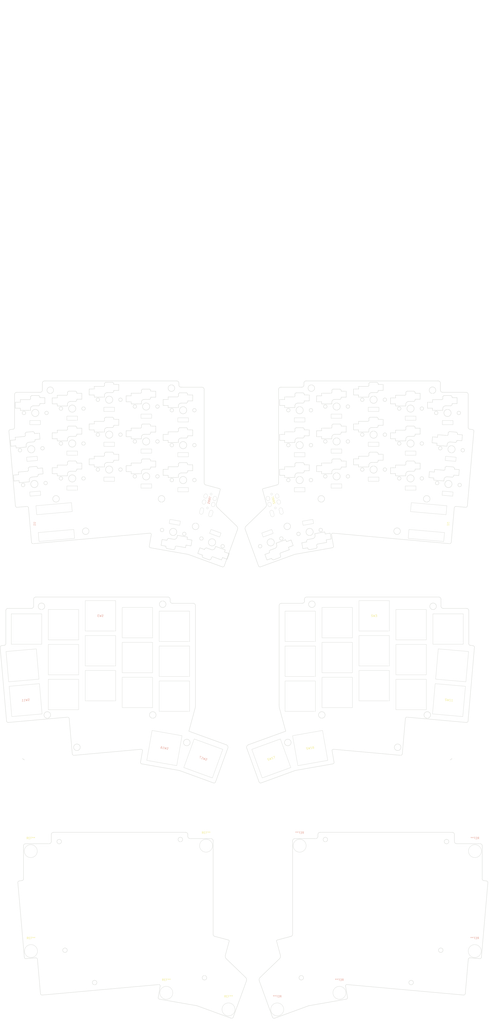
<source format=kicad_pcb>
(kicad_pcb (version 20221018) (generator pcbnew)
  (layers (0 "F.Cu" signal) (31 "B.Cu" signal) (34 "B.Paste" user) (35 "F.Paste" user) (36 "B.SilkS" user "B.Silkscreen") (37 "F.SilkS" user "F.Silkscreen") (38 "B.Mask" user) (39 "F.Mask" user) (44 "Edge.Cuts" user))
  (net 0 "")
  (footprint "jw_custom_footprint:MountingHole_3.2mm_M3_cutout" (layer "F.Cu") (at 87.797544 39.23869))
  (footprint "jw_custom_footprint:Kailh_socket_PG1350_v1_reversible_cutout_under_switch_plate" (layer "F.Cu") (at 94.234214 187.402458))
  (footprint "jw_custom_footprint:MountingHole_3.2mm_M3_cutout" (layer "F.Cu") (at 141.975744 92.131076))
  (footprint "jw_custom_footprint:MountingHole_6.3mm_M6_cutout" (layer "F.Cu") (at 78.423108 312.31675))
  (footprint "jw_custom_footprint:Kailh_socket_PG1350_v1_reversible_cutout_under_switch_plate" (layer "F.Cu") (at 94.234214 170.402858))
  (footprint "jw_custom_footprint:Diode_SOD123_THT_2_cutout_small" (layer "F.Cu") (at 80.465213 89.593441 -175))
  (footprint "jw_custom_footprint:MountingHole_3.2mm_M3_cutout" (layer "F.Cu") (at 146.801744 38.232276))
  (footprint "jw_custom_footprint:MountingHole_3.2mm_M3_cutout" (layer "F.Cu") (at 142.542686 143.44865))
  (footprint "jw_custom_footprint:Diode_SOD123_THT_2_cutout_small" (layer "F.Cu") (at 98.469944 86.88649))
  (footprint "jw_custom_footprint:Kailh_socket_PG1350_v1_reversible_cutout_under_switch_plate" (layer "F.Cu") (at 143.380803 213.464641 170))
  (footprint "jw_custom_footprint:Diode_SOD123_THT_2_cutout_small" (layer "F.Cu") (at 80.419944 55.0106 180))
  (footprint "jw_custom_footprint:MountingHole_6.3mm_M6_cutout" (layer "F.Cu") (at 78.321508 263.65035))
  (footprint "jw_custom_footprint:MountingHole_2.2mm_M2_cutout" (layer "F.Cu") (at 92.150494 259.009074))
  (footprint "jw_custom_footprint:Diode_SOD123_THT_2_cutout_small" (layer "F.Cu") (at 134.569944 68.88669))
  (footprint "jw_custom_footprint:Diode_SOD123_THT_2_cutout_small" (layer "F.Cu") (at 134.569944 51.88673))
  (footprint "jw_custom_footprint:Kailh_socket_PG1350_v1_reversible_cutout_under_switch_plate" (layer "F.Cu") (at 76.234014 155.526568))
  (footprint "jw_custom_footprint:MountingHole_3.2mm_M3_cutout" (layer "F.Cu") (at 105.044144 107.879076))
  (footprint "jw_custom_footprint:Kailh_socket_PG1350_v1_reversible_cutout_under_switch_plate" (layer "F.Cu") (at 74.284298 173.200605 5))
  (footprint "jw_custom_footprint:MountingHole_3.2mm_M3_cutout" (layer "F.Cu") (at 158.536544 105.542276))
  (footprint "jw_custom_footprint:MountingHole_6.3mm_M6_cutout" (layer "F.Cu") (at 174.587508 340.71395))
  (footprint "jw_custom_footprint:MountingHole_3.2mm_M3_cutout" (layer "F.Cu") (at 137.716686 197.34745))
  (footprint "jw_custom_footprint:Diode_SOD123_THT_2_cutout_small" (layer "F.Cu") (at 98.469944 52.88729))
  (footprint "jw_custom_footprint:Diode_SOD123_THT_2_cutout_small" (layer "F.Cu") (at 148.441358 103.569966 -10))
  (footprint "jw_custom_footprint:Diode_SOD123_THT_2_cutout_small" (layer "F.Cu") (at 116.493046 65.57649))
  (footprint "jw_custom_footprint:MountingHole_3.2mm_M3_cutout" (layer "F.Cu") (at 100.785086 213.09545))
  (footprint "jw_custom_footprint:MountingHole_2.2mm_M2_cutout" (layer "F.Cu") (at 162.889494 325.31266))
  (footprint "jw_custom_footprint:Kailh_socket_PG1350_v1_reversible_cutout_under_switch_plate" (layer "F.Cu") (at 162.317177 218.529539 160))
  (footprint "jw_custom_footprint:MountingHole_2.2mm_M2_cutout" (layer "F.Cu") (at 109.397094 327.64946))
  (footprint "jw_custom_footprint:Kailh_socket_PG1350_v1_reversible_cutout_under_switch_plate" (layer "F.Cu") (at 112.233614 183.092658))
  (footprint "jw_custom_footprint:MountingHole_2.2mm_M2_cutout" (layer "F.Cu") (at 151.154694 258.00266))
  (footprint "jw_custom_footprint:MountingHole_3.2mm_M3_cutout" (layer "F.Cu") (at 154.277486 210.75865))
  (footprint "jw_custom_footprint:Diode_SOD123_THT_2_cutout_small" (layer "F.Cu") (at 134.569944 85.88709))
  (footprint "jw_custom_footprint:Xiao THT jumper pad_cutout" (layer "F.Cu") (at 90.076446 103.45586 95))
  (footprint "jw_custom_footprint:TRRS-PJ-DPB2_mod_cutout" (layer "F.Cu") (at 166.538746 88.264852 -15))
  (footprint "jw_custom_footprint:Kailh_socket_PG1350_v1_reversible_cutout_under_switch_plate" (layer "F.Cu") (at 130.233814 152.402698))
  (footprint "jw_custom_footprint:Kailh_socket_PG1350_v1_reversible_cutout_under_switch_plate" (layer "F.Cu") (at 94.234214 153.403258))
  (footprint "jw_custom_footprint:Kailh_socket_PG1350_v1_reversible_cutout_under_switch_plate" (layer "F.Cu") (at 148.233512 154.202258))
  (footprint "jw_custom_footprint:Diode_SOD123_THT_2_cutout_small" (layer "F.Cu") (at 168.164556 108.870082 -20))
  (footprint "jw_custom_footprint:Diode_SOD123_THT_2_cutout_small" (layer "F.Cu") (at 116.493046 48.57653))
  (footprint "jw_custom_footprint:MountingHole_2.2mm_M2_cutout" (layer "F.Cu") (at 94.969894 311.90146))
  (footprint "jw_custom_footprint:Kailh_socket_PG1350_v1_reversible_cutout_under_switch_plate" (layer "F.Cu") (at 130.233814 186.403058))
  (footprint "jw_custom_footprint:MountingHole_6.3mm_M6_cutout" (layer "F.Cu") (at 163.665508 261.00875))
  (footprint "jw_custom_footprint:Diode_SOD123_THT_2_cutout_small" (layer "F.Cu") (at 116.493046 82.57669))
  (footprint "jw_custom_footprint:MountingHole_3.2mm_M3_cutout" (layer "F.Cu") (at 90.616944 92.131076))
  (footprint "jw_custom_footprint:MountingHole_3.2mm_M3_cutout" (layer "F.Cu") (at 86.357886 197.34745))
  (footprint "jw_custom_footprint:Diode_SOD123_THT_2_cutout_small" (layer "F.Cu") (at 152.492944 53.68629))
  (footprint "jw_custom_footprint:Kailh_socket_PG1350_v1_reversible_cutout_under_switch_plate" (layer "F.Cu") (at 148.233512 188.202058))
  (footprint "jw_custom_footprint:Kailh_socket_PG1350_v1_reversible_cutout_under_switch_plate" (layer "F.Cu") (at 130.233814 169.402658))
  (footprint "jw_custom_footprint:Diode_SOD123_THT_2_cutout_small" (layer "F.Cu") (at 152.492944 87.68609))
  (footprint "jw_custom_footprint:Diode_SOD123_THT_2_cutout_small" (layer "F.Cu") (at 98.469944 69.88689))
  (footprint "jw_custom_footprint:MountingHole_6.3mm_M6_cutout" (layer "F.Cu") (at 144.310708 332.63675))
  (footprint "jw_custom_footprint:Diode_SOD123_THT_2_cutout_small" (layer "F.Cu") (at 152.492944 70.642676))
  (footprint "jw_custom_footprint:Diode_SOD123_THT_2_cutout_small" (layer "F.Cu") (at 78.953413 72.651641 -175))
  (footprint "jw_custom_footprint:Kailh_socket_PG1350_v1_reversible_cutout_under_switch_plate" (layer "F.Cu") (at 148.233512 171.202058))
  (footprint "jw_custom_footprint:Kailh_socket_PG1350_v1_reversible_cutout_under_switch_plate" (layer "F.Cu") (at 112.233614 149.092498))
  (footprint "jw_custom_footprint:MountingHole_3.2mm_M3_cutout" (layer "F.Cu") (at 83.538486 144.455064))
  (footprint "jw_custom_footprint:Kailh_socket_PG1350_v1_reversible_cutout_under_switch_plate" (layer "F.Cu") (at 112.233614 166.092458))
  (footprint "jw_custom_footprint:Kailh_socket_PG1350_v1_reversible_cutout_under_switch_plate" (layer "F.Cu") (at 75.798044 190.128304 5))
  (footprint "jw_custom_footprint:Diode_SOD123_THT_2_cutout_small" (layer "B.Cu") (at 281.303256 55.0106))
  (footprint "jw_custom_footprint:MountingHole_3.2mm_M3_cutout" (layer "B.Cu") (at 220.027128 197.34745 180))
  (footprint "jw_custom_footprint:MountingHole_3.2mm_M3_cutout" (layer "B.Cu") (at 214.921456 38.232276 180))
  (footprint "jw_custom_footprint:Kailh_socket_PG1350_v1_reversible_cutout_bottom" (layer "B.Cu") (at 283.179844 67.984231 -5))
  (footprint "jw_custom_footprint:Kailh_socket_PG1350_v1_reversible_cutout_bottom" (layer "B.Cu") (at 245.230528 60.876084))
  (footprint "jw_custom_footprint:Kailh_socket_PG1350_v1_reversible_cutout_under_switch_plate" (layer "B.Cu") (at 209.510302 171.202058 180))
  (footprint "jw_custom_footprint:Diode_SOD123_THT_2_cutout_small" (layer "B.Cu") (at 209.230256 53.68629 180))
  (footprint "jw_custom_footprint:Kailh_socket_PG1350_v1_reversible_cutout_bottom" (layer "B.Cu") (at 281.230128 50.310194))
  (footprint "jw_custom_footprint:Kailh_socket_PG1350_v1_reversible_cutout_under_switch_plate" (layer "B.Cu") (at 263.5096 153.403258 180))
  (footprint "jw_custom_footprint:Diode_SOD123_THT_2_cutout_small" (layer "B.Cu") (at 209.230256 70.642676 180))
  (footprint "jw_custom_footprint:Diode_SOD123_THT_2_cutout_small" (layer "B.Cu") (at 263.253256 52.88729 180))
  (footprint "jw_custom_footprint:Kailh_socket_PG1350_v1_reversible_cutout_bottom" (layer "B.Cu") (at 98.493272 65.186484))
  (footprint "jw_custom_footprint:Kailh_socket_PG1350_v1_reversible_cutout_bottom" (layer "B.Cu") (at 116.492672 43.876124))
  (footprint "jw_custom_footprint:Kailh_socket_PG1350_v1_reversible_cutout_bottom" (layer "B.Cu") (at 227.230328 64.186284))
  (footprint "jw_custom_footprint:Kailh_socket_PG1350_v1_reversible_cutout_bottom" (layer "B.Cu") (at 281.666098 84.91193 -5))
  (footprint "jw_custom_footprint:Diode_SOD123_THT_2_cutout_small" (layer "B.Cu") (at 263.253256 86.88649 180))
  (footprint "jw_custom_footprint:MountingHole_3.2mm_M3_cutout" (layer "B.Cu") (at 256.958728 213.09545 180))
  (footprint "jw_custom_footprint:Kailh_socket_PG1350_v1_reversible_cutout_bottom" (layer "B.Cu") (at 227.230328 81.186684))
  (footprint "jw_custom_footprint:Diode_SOD123_THT_2_cutout_small" (layer "B.Cu") (at 213.281842 103.569966 -170))
  (footprint "jw_custom_footprint:Diode_SOD123_THT_2_cutout_small" (layer "B.Cu") (at 209.230256 87.68609 180))
  (footprint "jw_custom_footprint:Diode_SOD123_THT_2_cutout_small" (layer "B.Cu") (at 245.230154 48.57653 180))
  (footprint "jw_custom_footprint:MountingHole_3.2mm_M3_cutout" (layer "B.Cu") (at 274.205328 144.455064 180))
  (footprint "jw_custom_footprint:MountingHole_2.2mm_M2_cutout" (layer "B.Cu") (at 210.019522 325.31266 180))
  (footprint "jw_custom_footprint:Kailh_socket_PG1350_v1_reversible_cutout_under_switch_plate" (layer "B.Cu") (at 195.426637 218.529539 20))
  (footprint "jw_custom_footprint:Kailh_socket_PG1350_v1_reversible_cutout_bottom" (layer "B.Cu") (at 245.230528 77.876284))
  (footprint "jw_custom_footprint:Kailh_socket_PG1350_v1_reversible_cutout_under_switch_plate" (layer "B.Cu") (at 209.510302 154.202258 180))
  (footprint "jw_custom_footprint:Kailh_socket_PG1350_v1_reversible_cutout_bottom" (layer "B.Cu") (at 152.49257 82.985684))
  (footprint "jw_custom_footprint:Kailh_socket_PG1350_v1_reversible_cutout_bottom" (layer "B.Cu") (at 78.543356 67.984231 5))
  (footprint "jw_custom_footprint:Kailh_socket_PG1350_v1_reversible_cutout_bottom" (layer "B.Cu") (at 116.492672 77.876284))
  (footprint "jw_custom_footprint:Kailh_socket_PG1350_v1_reversible_cutout_bottom" (layer "B.Cu") (at 263.229928 48.186884))
  (footprint "jw_custom_footprint:Kailh_socket_PG1350_v1_reversible_cutout_bottom" (layer "B.Cu") (at 98.493272 82.186084))
  (footprint "jw_custom_footprint:Kailh_socket_PG1350_v1_reversible_cutout_bottom" (layer "B.Cu") (at 227.230328 47.186324))
  (footprint "jw_custom_footprint:Kailh_socket_PG1350_v1_reversible_cutout_bottom" (layer "B.Cu") (at 98.493272 48.186884))
  (footprint "jw_custom_footprint:Kailh_socket_PG1350_v1_reversible_cutout_bottom" (layer "B.Cu") (at 80.057102 84.91193 5))
  (footprint "jw_custom_footprint:Kailh_socket_PG1350_v1_reversible_cutout_under_switch_plate" (layer "B.Cu") (at 227.51 169.402658 180))
  (footprint "jw_custom_footprint:Diode_SOD123_THT_2_cutout_small" (layer "B.Cu") (at 281.257987 89.593441 -5))
  (footprint "jw_custom_footprint:Kailh_socket_PG1350_v1_reversible_cutout_under_switch_plate" (layer "B.Cu") (at 283.459516 173.200605 175))
  (footprint "jw_custom_footprint:Kailh_socket_PG1350_v1_reversible_cutout_bottom" (layer "B.Cu") (at 152.49257 65.985684))
  (footprint "jw_custom_footprint:Kailh_socket_PG1350_v1_reversible_cutout_bottom" (layer "B.Cu") (at 209.23063 48.985884))
  (footprint "jw_custom_footprint:Kailh_socket_PG1350_v1_reversible_cutout_bottom" (layer "B.Cu") (at 116.492672 60.876084))
  (footprint "jw_custom_footprint:TRRS-PJ-DPB2_mod_cutout" (layer "B.Cu") (at 195.184454 88.264852 -165))
  (footprint "jw_custom_footprint:Kailh_socket_PG1350_v1_reversible_cutout_bottom" (layer "B.Cu") (at 80.493072 50.310194))
  (footprint "jw_custom_footprint:Kailh_socket_PG1350_v1_reversible_cutout_under_switch_plate" (layer "B.Cu") (at 263.5096 170.402858 180))
  (footprint "jw_custom_footprint:Diode_SOD123_THT_2_cutout_small" (layer "B.Cu") (at 227.153256 85.88709 180))
  (footprint "jw_custom_footprint:Kailh_socket_PG1350_v1_reversible_cutout_bottom" (layer "B.Cu") (at 147.639861 108.248267 170))
  (footprint "jw_custom_footprint:MountingHole_6.3mm_M6_cutout" (layer "B.Cu") (at 198.321508 340.71395 180))
  (footprint "jw_custom_footprint:MountingHole_6.3mm_M6_cutout" (layer "B.Cu") (at 294.587508 263.65035 180))
  (footprint "jw_custom_footprint:Kailh_socket_PG1350_v1_reversible_cutout_under_switch_plate" (layer "B.Cu") (at 227.51 152.402698 180))
  (footprint "jw_custom_footprint:Kailh_socket_PG1350_v1_reversible_cutout_bottom" (layer "B.Cu") (at 134.492872 81.186684))
  (footprint "jw_custom_footprint:Diode_SOD123_THT_2_cutout_small" (layer "B.Cu") (at 282.769787 72.651641 -5))
  (footprint "jw_custom_footprint:Xiao THT jumper pad_cutout" (layer "B.Cu") (at 271.646754 103.45586 85))
  (footprint "jw_custom_footprint:Kailh_socket_PG1350_v1_reversible_cutout_under_switch_plate" (layer "B.Cu") (at 245.5102 166.092458 180))
  (footprint "jw_custom_footprint:Kailh_socket_PG1350_v1_reversible_cutout_bottom" (layer "B.Cu") (at 214.083339 108.248267 -170))
  (footprint "jw_custom_footprint:MountingHole_3.2mm_M3_cutout" (layer "B.Cu") (at 203.186656 105.542276 180))
  (footprint "jw_custom_footprint:MountingHole_2.2mm_M2_cutout" (layer "B.Cu") (at 221.754322 258.00266 180))
  (footprint "jw_custom_footprint:MountingHole_6.3mm_M6_cutout" (layer "B.Cu") (at 228.598308 332.63675 180))
  (footprint "jw_custom_footprint:Kailh_socket_PG1350_v1_reversible_cutout_bottom" (layer "B.Cu") (at 195.146965 113.313165 -160))
  (footprint "jw_custom_footprint:Kailh_socket_PG1350_v1_reversible_cutout_bottom" (layer "B.Cu") (at 152.49257 48.985884))
  (footprint "jw_custom_footprint:Kailh_socket_PG1350_v1_reversible_cutout_bottom" (layer "B.Cu") (at 263.229928 82.186084))
  (footprint "jw_custom_footprint:Kailh_socket_PG1350_v1_reversible_cutout_bottom" (layer "B.Cu") (at 166.576235 113.313165 160))
  (footprint "jw_custom_footprint:Kailh_socket_PG1350_v1_reversible_cutout_under_switch_plate" (layer "B.Cu") (at 281.5098 155.526568 180))
  (footprint "jw_custom_footprint:MountingHole_3.2mm_M3_cutout" (layer "B.Cu") (at 219.747456 92.131076 180))
  (footprint "jw_custom_footprint:Diode_SOD123_THT_2_cutout_small" (layer "B.Cu") (at 193.558644 108.870082 -160))
  (footprint "jw_custom_footprint:Diode_SOD123_THT_2_cutout_small" (layer "B.Cu") (at 227.153256 68.88669 180))
  (footprint "jw_custom_footprint:Kailh_socket_PG1350_v1_reversible_cutout_under_switch_plate" (layer "B.Cu") (at 245.5102 183.092658 180))
  (footprint "jw_custom_footprint:Kailh_socket_PG1350_v1_reversible_cutout_under_switch_plate" (layer "B.Cu") (at 214.363011 213.464641 10))
  (footprint "jw_custom_footprint:Diode_SOD123_THT_2_cutout_small" (layer "B.Cu") (at 245.230154 82.57669 180))
  (footprint "jw_custom_footprint:MountingHole_3.2mm_M3_cutout" (layer "B.Cu") (at 203.466328 210.75865 180))
  (footprint "jw_custom_footprint:MountingHole_3.2mm_M3_cutout" (layer "B.Cu") (at 271.385928 197.34745 180))
  (footprint "jw_custom_footprint:Diode_SOD123_THT_2_cutout_small" (layer "B.Cu") (at 227.153256 51.88673 180))
  (footprint "jw_custom_footprint:MountingHole_3.2mm_M3_cutout" (layer "B.Cu") (at 256.679056 107.879076 180))
  (footprint "jw_custom_footprint:Kailh_socket_PG1350_v1_reversible_cutout_bottom" (layer "B.Cu") (at 209.23063 65.985684))
  (footprint "jw_custom_footprint:MountingHole_3.2mm_M3_cutout" (layer "B.Cu") (at 273.925656 39.23869 180))
  (footprint "jw_custom_footprint:MountingHole_6.3mm_M6_cutout" (layer "B.Cu") (at 209.243508 261.00875 180))
  (footprint "jw_custom_footprint:MountingHole_2.2mm_M2_cutout" (layer "B.Cu") (at 263.511922 327.64946 180))
  (footprint "jw_custom_footprint:MountingHole_3.2mm_M3_cutout" (layer "B.Cu") (at 215.201128 143.44865 180))
  (footprint "jw_custom_footprint:MountingHole_2.2mm_M2_cutout" (layer "B.Cu") (at 280.758522 259.009074 180))
  (footprint "jw_custom_footprint:MountingHole_2.2mm_M2_cutout" (layer "B.Cu") (at 277.939122 311.90146 180))
  (footprint "jw_custom_footprint:Diode_SOD123_THT_2_cutout_small" (layer "B.Cu") (at 245.230154 65.57649 180))
  (footprint "jw_custom_footprint:Kailh_socket_PG1350_v1_reversible_cutout_under_switch_plate" (layer "B.Cu") (at 209.510302 188.202058 180))
  (footprint "jw_custom_footprint:Kailh_socket_PG1350_v1_reversible_cutout_bottom" (layer "B.Cu") (at 209.23063 82.985684))
  (footprint "jw_custom_footprint:Kailh_socket_PG1350_v1_reversible_cutout_under_switch_plate" (layer "B.Cu") (at 263.5096 187.402458 180))
  (footprint "jw_custom_footprint:Kailh_socket_PG1350_v1_reversible_cutout_bottom" (layer "B.Cu") (at 245.230528 43.876124))
  (footprint "jw_custom_footprint:Kailh_socket_PG1350_v1_reversible_cutout_bottom" (layer "B.Cu") (at 263.229928 65.186484))
  (footprint "jw_custom_footprint:Kailh_socket_PG1350_v1_reversible_cutout_under_switch_plate" (layer "B.Cu") (at 227.51 186.403058 180))
  (footprint "jw_custom_footprint:MountingHole_6.3mm_M6_cutout" (layer "B.Cu") (at 294.485908 312.31675 180))
  (footprint "jw_custom_footprint:Kailh_socket_PG1350_v1_reversible_cutout_bottom" (layer "B.Cu") (at 134.492872 64.186284))
  (footprint "jw_custom_footprint:MountingHole_3.2mm_M3_cutout" (layer "B.Cu") (at 271.106256 92.131076 180))
  (footprint "jw_custom_footprint:Kailh_socket_PG1350_v1_reversible_cutout_under_switch_plate" (layer "B.Cu") (at 245.5102 149.092498 180))
  (footprint "jw_custom_footprint:Kailh_socket_PG1350_v1_reversible_cutout_bottom" (layer "B.Cu") (at 134.492872 47.186324))
  (footprint "jw_custom_footprint:Kailh_socket_PG1350_v1_reversible_cutout_under_switch_plate" (layer "B.Cu") (at 281.94577 190.128304 175))
  (footprint "jw_custom_footprint:Diode_SOD123_THT_2_cutout_small" (layer "B.Cu") (at 263.253256 69.88689 180))
  (gr_line (start 67.383306 201.002925) (end 96.155699 198.436477) (stroke (width 0.15)) (layer "Edge.Cuts"))
  (gr_line (start 211.581424 141.026592) (end 211.581424 141.87385) (stroke (width 0.15)) (layer "Edge.Cuts"))
  (gr_arc (start 211.301752 36.657476) (mid 210.99227 37.457921) (end 210.197056 37.7806) (stroke (width 0.15)) (layer "Edge.Cuts"))
  (gr_line (start 85.058421 34.72669) (end 149.392544 34.72669) (stroke (width 0.15)) (layer "Edge.Cuts"))
  (gr_line (start 79.694667 141.06505) (end 79.694667 144.36305) (stroke (width 0.15)) (layer "Edge.Cuts"))
  (gr_line (start 225.691056 115.041876) (end 224.739527 109.55344) (stroke (width 0.15)) (layer "Edge.Cuts"))
  (gr_arc (start 79.510701 113.952941) (mid 78.933117 113.759953) (end 78.6704 113.210553) (stroke (width 0.15)) (layer "Edge.Cuts"))
  (gr_line (start 132.724615 214.769814) (end 131.773086 220.25825) (stroke (width 0.15)) (layer "Edge.Cuts"))
  (gr_line (start 189.55543 326.772106) (end 195.998722 344.46426) (stroke (width 0.15)) (layer "Edge.Cuts"))
  (gr_arc (start 260.717928 199.17625) (mid 260.989116 198.613575) (end 261.588115 198.436477) (stroke (width 0.15)) (layer "Edge.Cuts"))
  (gr_line (start 173.049494 314.39066) (end 174.917451 307.457811) (stroke (width 0.15)) (layer "Edge.Cuts"))
  (gr_arc (start 292.213928 163.433122) (mid 291.753667 163.140271) (end 291.588595 162.620322) (stroke (width 0.15)) (layer "Edge.Cuts"))
  (gr_arc (start 205.803122 304.12906) (mid 205.600263 304.770666) (end 205.041122 305.14506) (stroke (width 0.15)) (layer "Edge.Cuts"))
  (gr_arc (start 71.668544 96.245876) (mid 71.085134 96.070181) (end 70.821512 95.520871) (stroke (width 0.15)) (layer "Edge.Cuts"))
  (gr_arc (start 211.581424 141.87385) (mid 211.27195 142.674303) (end 210.476728 142.996974) (stroke (width 0.15)) (layer "Edge.Cuts"))
  (gr_arc (start 74.767227 277.174332) (mid 74.602119 277.694257) (end 74.141894 277.987132) (stroke (width 0.15)) (layer "Edge.Cuts"))
  (gr_line (start 291.223328 200.29385) (end 294.334607 164.470883) (stroke (width 0.15)) (layer "Edge.Cuts"))
  (gr_arc (start 88.306675 255.61906) (mid 88.616236 254.819021) (end 89.411371 254.497074) (stroke (width 0.15)) (layer "Edge.Cuts"))
  (gr_line (start 200.089783 37.7806) (end 210.197056 37.7806) (stroke (width 0.15)) (layer "Edge.Cuts"))
  (gr_arc (start 290.901688 95.520871) (mid 290.638096 96.070211) (end 290.054656 96.245876) (stroke (width 0.15)) (layer "Edge.Cuts"))
  (gr_arc (start 205.802744 258.670661) (mid 206.122331 257.870408) (end 206.922649 257.550984) (stroke (width 0.15)) (layer "Edge.Cuts"))
  (gr_line (start 283.0528 113.210553) (end 284.508956 96.576862) (stroke (width 0.15)) (layer "Edge.Cuts"))
  (gr_line (start 176.910294 344.46426) (end 183.353586 326.772106) (stroke (width 0.15)) (layer "Edge.Cuts"))
  (gr_line (start 199.402328 194.04545) (end 202.450328 205.27225) (stroke (width 0.15)) (layer "Edge.Cuts"))
  (gr_arc (start 182.722564 107.001722) (mid 182.722964 106.113031) (end 183.179764 105.350722) (stroke (width 0.15)) (layer "Edge.Cuts"))
  (gr_line (start 150.421448 36.657476) (end 150.421448 35.810218) (stroke (width 0.15)) (layer "Edge.Cuts"))
  (gr_arc (start 231.572393 329.323824) (mid 231.727266 328.815584) (end 232.219122 328.61466) (stroke (width 0.15)) (layer "Edge.Cuts"))
  (gr_arc (start 169.153744 96.296676) (mid 168.718211 95.514912) (end 168.696544 94.620276) (stroke (width 0.15)) (layer "Edge.Cuts"))
  (gr_line (start 277.769475 39.146676) (end 277.769475 35.848676) (stroke (width 0.15)) (layer "Edge.Cuts"))
  (gr_line (start 291.308923 57.403948) (end 291.308923 41.331076) (stroke (width 0.15)) (layer "Edge.Cuts"))
  (gr_line (start 205.041122 305.14506) (end 198.270965 306.949811) (stroke (width 0.15)) (layer "Edge.Cuts"))
  (gr_arc (start 300.240322 278.177861) (mid 300.737066 278.469129) (end 300.887801 279.024893) (stroke (width 0.15)) (layer "Edge.Cuts"))
  (gr_line (start 167.105894 258.670661) (end 167.105894 304.12906) (stroke (width 0.15)) (layer "Edge.Cuts"))
  (gr_arc (start 74.767227 261.10146) (mid 75.05373 260.369473) (end 75.767494 260.040184) (stroke (width 0.15)) (layer "Edge.Cuts"))
  (gr_arc (start 218.134618 255.580602) (mid 218.420388 254.821685) (end 219.163522 254.497074) (stroke (width 0.15)) (layer "Edge.Cuts"))
  (gr_line (start 168.696544 94.620276) (end 170.564501 87.687427) (stroke (width 0.15)) (layer "Edge.Cuts"))
  (gr_arc (start 211.301752 35.810218) (mid 211.587594 35.051355) (end 212.330656 34.72669) (stroke (width 0.15)) (layer "Edge.Cuts"))
  (gr_arc (start 132.077886 214.06065) (mid 132.569764 214.261572) (end 132.724615 214.769814) (stroke (width 0.15)) (layer "Edge.Cuts"))
  (gr_arc (start 163.514944 85.374676) (mid 162.955766 85.000313) (end 162.752944 84.358676) (stroke (width 0.15)) (layer "Edge.Cuts"))
  (gr_arc (start 165.986367 257.550984) (mid 166.786628 257.870465) (end 167.106272 258.670661) (stroke (width 0.15)) (layer "Edge.Cuts"))
  (gr_line (start 225.411928 221.17265) (end 207.123928 224.37305) (stroke (width 0.15)) (layer "Edge.Cuts"))
  (gr_arc (start 278.874171 40.2698) (mid 278.078943 39.947126) (end 277.769475 39.146676) (stroke (width 0.15)) (layer "Edge.Cuts"))
  (gr_line (start 290.588328 145.486174) (end 279.153843 145.486174) (stroke (width 0.15)) (layer "Edge.Cuts"))
  (gr_arc (start 140.943894 335.72666) (mid 140.459061 335.395003) (end 140.385094 334.81226) (stroke (width 0.15)) (layer "Edge.Cuts"))
  (gr_line (start 72.021215 279.024893) (end 75.174462 315.291255) (stroke (width 0.15)) (layer "Edge.Cuts"))
  (gr_line (start 63.409207 164.470883) (end 66.520486 200.29385) (stroke (width 0.15)) (layer "Edge.Cuts"))
  (gr_arc (start 79.694667 144.36305) (mid 79.385228 145.16355) (end 78.589971 145.486174) (stroke (width 0.15)) (layer "Edge.Cuts"))
  (gr_arc (start 198.970256 84.358676) (mid 198.767415 85.000293) (end 198.208256 85.374676) (stroke (width 0.15)) (layer "Edge.Cuts"))
  (gr_line (start 218.134618 255.580602) (end 218.134618 256.42786) (stroke (width 0.15)) (layer "Edge.Cuts"))
  (gr_line (start 197.991565 307.457811) (end 199.859522 314.39066) (stroke (width 0.15)) (layer "Edge.Cuts"))
  (gr_line (start 167.180686 230.41825) (end 150.619886 224.37305) (stroke (width 0.15)) (layer "Edge.Cuts"))
  (gr_line (start 97.025886 199.17625) (end 98.522385 216.264662) (stroke (width 0.15)) (layer "Edge.Cuts"))
  (gr_arc (start 88.306675 258.91706) (mid 87.997219 259.717529) (end 87.201979 260.040184) (stroke (width 0.15)) (layer "Edge.Cuts"))
  (gr_line (start 225.132256 115.956276) (end 206.844256 119.156676) (stroke (width 0.15)) (layer "Edge.Cuts"))
  (gr_line (start 151.526144 37.7806) (end 161.633417 37.7806) (stroke (width 0.15)) (layer "Edge.Cuts"))
  (gr_arc (start 199.402328 194.04545) (mid 199.277516 193.211669) (end 199.249928 192.36905) (stroke (width 0.15)) (layer "Edge.Cuts"))
  (gr_arc (start 218.134618 256.42786) (mid 217.825118 257.228285) (end 217.029922 257.550984) (stroke (width 0.15)) (layer "Edge.Cuts"))
  (gr_line (start 82.849029 40.2698) (end 71.414544 40.2698) (stroke (width 0.15)) (layer "Edge.Cuts"))
  (gr_arc (start 136.336944 108.844276) (mid 136.828842 109.045184) (end 136.983673 109.55344) (stroke (width 0.15)) (layer "Edge.Cuts"))
  (gr_line (start 198.208256 85.374676) (end 191.438099 87.179427) (stroke (width 0.15)) (layer "Edge.Cuts"))
  (gr_arc (start 211.581424 141.026592) (mid 211.867184 140.267675) (end 212.610328 139.943064) (stroke (width 0.15)) (layer "Edge.Cuts"))
  (gr_line (start 200.369455 142.996974) (end 210.476728 142.996974) (stroke (width 0.15)) (layer "Edge.Cuts"))
  (gr_arc (start 157.374359 142.996974) (mid 158.174594 143.316471) (end 158.494264 144.116651) (stroke (width 0.15)) (layer "Edge.Cuts"))
  (gr_arc (start 224.739527 109.55344) (mid 224.894409 109.045231) (end 225.386256 108.844276) (stroke (width 0.15)) (layer "Edge.Cuts"))
  (gr_arc (start 140.689894 328.61466) (mid 141.181752 328.815583) (end 141.336623 329.323824) (stroke (width 0.15)) (layer "Edge.Cuts"))
  (gr_arc (start 293.407456 58.407477) (mid 293.90418 58.698752) (end 294.054935 59.254509) (stroke (width 0.15)) (layer "Edge.Cuts"))
  (gr_arc (start 189.55543 326.772106) (mid 189.555872 325.883424) (end 190.01263 325.121106) (stroke (width 0.15)) (layer "Edge.Cuts"))
  (gr_arc (start 198.969878 38.900277) (mid 199.289456 38.10001) (end 200.089783 37.7806) (stroke (width 0.15)) (layer "Edge.Cuts"))
  (gr_line (start 284.602341 258.91706) (end 284.602341 255.61906) (stroke (width 0.15)) (layer "Edge.Cuts"))
  (gr_arc (start 149.392544 34.72669) (mid 150.135627 35.051332) (end 150.421448 35.810218) (stroke (width 0.15)) (layer "Edge.Cuts"))
  (gr_arc (start 176.910294 344.46426) (mid 176.466773 344.971874) (end 175.792694 344.97226) (stroke (width 0.15)) (layer "Edge.Cuts"))
  (gr_arc (start 83.953725 35.848676) (mid 84.263287 35.04864) (end 85.058421 34.72669) (stroke (width 0.15)) (layer "Edge.Cuts"))
  (gr_line (start 150.619886 224.37305) (end 132.331886 221.17265) (stroke (width 0.15)) (layer "Edge.Cuts"))
  (gr_arc (start 174.638051 306.949811) (mid 174.890858 307.141602) (end 174.917451 307.457811) (stroke (width 0.15)) (layer "Edge.Cuts"))
  (gr_line (start 213.677122 338.92706) (end 197.116322 344.97226) (stroke (width 0.15)) (layer "Edge.Cuts"))
  (gr_line (start 290.308656 40.2698) (end 278.874171 40.2698) (stroke (width 0.15)) (layer "Edge.Cuts"))
  (gr_arc (start 147.267086 142.996974) (mid 146.471827 142.674335) (end 146.16239 141.87385) (stroke (width 0.15)) (layer "Edge.Cuts"))
  (gr_line (start 174.638051 306.949811) (end 167.867894 305.14506) (stroke (width 0.15)) (layer "Edge.Cuts"))
  (gr_arc (start 67.668265 59.254509) (mid 67.818992 58.698752) (end 68.315744 58.407477) (stroke (width 0.15)) (layer "Edge.Cuts"))
  (gr_arc (start 170.285101 87.179427) (mid 170.537947 87.371211) (end 170.564501 87.687427) (stroke (width 0.15)) (layer "Edge.Cuts"))
  (gr_line (start 298.141789 277.174332) (end 298.141789 261.10146) (stroke (width 0.15)) (layer "Edge.Cuts"))
  (gr_line (start 146.16239 141.87385) (end 146.16239 141.026592) (stroke (width 0.15)) (layer "Edge.Cuts"))
  (gr_line (start 211.301752 35.810218) (end 211.301752 36.657476) (stroke (width 0.15)) (layer "Edge.Cuts"))
  (gr_line (start 225.386256 108.844276) (end 282.212499 113.952941) (stroke (width 0.15)) (layer "Edge.Cuts"))
  (gr_arc (start 291.934256 58.216748) (mid 291.474092 57.923842) (end 291.308923 57.403948) (stroke (width 0.15)) (layer "Edge.Cuts"))
  (gr_line (start 65.529886 163.433122) (end 64.056686 163.623851) (stroke (width 0.15)) (layer "Edge.Cuts"))
  (gr_line (start 83.863651 333.723325) (end 140.689894 328.61466) (stroke (width 0.15)) (layer "Edge.Cuts"))
  (gr_line (start 206.922649 257.550984) (end 217.029922 257.550984) (stroke (width 0.15)) (layer "Edge.Cuts"))
  (gr_line (start 291.588595 162.620322) (end 291.588595 146.54745) (stroke (width 0.15)) (layer "Edge.Cuts"))
  (gr_arc (start 283.497645 254.497074) (mid 284.292801 254.819001) (end 284.602341 255.61906) (stroke (width 0.15)) (layer "Edge.Cuts"))
  (gr_arc (start 155.879094 257.550984) (mid 155.083857 257.228326) (end 154.774398 256.42786) (stroke (width 0.15)) (layer "Edge.Cuts"))
  (gr_arc (start 70.414277 41.331076) (mid 70.70078 40.599092) (end 71.414544 40.2698) (stroke (width 0.15)) (layer "Edge.Cuts"))
  (gr_arc (start 79.694667 141.06505) (mid 80.004236 140.265011) (end 80.799363 139.943064) (stroke (width 0.15)) (layer "Edge.Cuts"))
  (gr_line (start 173.506694 316.06706) (end 182.896386 325.121106) (stroke (width 0.15)) (layer "Edge.Cuts"))
  (gr_line (start 202.450328 205.27225) (end 184.365528 211.82545) (stroke (width 0.15)) (layer "Edge.Cuts"))
  (gr_line (start 183.179764 105.350722) (end 192.569456 96.296676) (stroke (width 0.15)) (layer "Edge.Cuts"))
  (gr_line (start 207.123928 224.37305) (end 190.563128 230.41825) (stroke (width 0.15)) (layer "Edge.Cuts"))
  (gr_line (start 80.799363 139.943064) (end 145.133486 139.943064) (stroke (width 0.15)) (layer "Edge.Cuts"))
  (gr_line (start 74.767227 261.10146) (end 74.767227 277.174332) (stroke (width 0.15)) (layer "Edge.Cuts"))
  (gr_arc (start 161.633417 37.7806) (mid 162.43367 38.100084) (end 162.753322 38.900277) (stroke (width 0.15)) (layer "Edge.Cuts"))
  (gr_line (start 79.510701 113.952941) (end 136.336944 108.844276) (stroke (width 0.15)) (layer "Edge.Cuts"))
  (gr_line (start 290.901688 95.520871) (end 294.054935 59.254509) (stroke (width 0.15)) (layer "Edge.Cuts"))
  (gr_line (start 155.293486 205.27225) (end 158.341486 194.04545) (stroke (width 0.15)) (layer "Edge.Cuts"))
  (gr_line (start 182.722564 107.001722) (end 189.165856 124.693876) (stroke (width 0.15)) (layer "Edge.Cuts"))
  (gr_line (start 293.407456 58.407477) (end 291.934256 58.216748) (stroke (width 0.15)) (layer "Edge.Cuts"))
  (gr_arc (start 145.133486 139.943064) (mid 145.876607 140.267662) (end 146.16239 141.026592) (stroke (width 0.15)) (layer "Edge.Cuts"))
  (gr_arc (start 279.153843 145.486174) (mid 278.358607 145.163494) (end 278.049147 144.36305) (stroke (width 0.15)) (layer "Edge.Cuts"))
  (gr_arc (start 99.413486 217.00705) (mid 98.804104 216.832516) (end 98.522385 216.264662) (stroke (width 0.15)) (layer "Edge.Cuts"))
  (gr_line (start 70.414277 41.331076) (end 70.414277 57.403948) (stroke (width 0.15)) (layer "Edge.Cuts"))
  (gr_arc (start 293.687128 163.623851) (mid 294.183818 163.915143) (end 294.334607 164.470883) (stroke (width 0.15)) (layer "Edge.Cuts"))
  (gr_arc (start 285.707037 260.040184) (mid 284.911799 259.717527) (end 284.602341 258.91706) (stroke (width 0.15)) (layer "Edge.Cuts"))
  (gr_arc (start 276.664779 34.72669) (mid 277.459918 35.048635) (end 277.769475 35.848676) (stroke (width 0.15)) (layer "Edge.Cuts"))
  (gr_arc (start 291.341822 316.347246) (mid 291.612998 315.784544) (end 292.212009 315.607473) (stroke (width 0.15)) (layer "Edge.Cuts"))
  (gr_line (start 175.792694 344.97226) (end 159.231894 338.92706) (stroke (width 0.15)) (layer "Edge.Cuts"))
  (gr_arc (start 182.896386 325.121106) (mid 183.353175 325.883415) (end 183.353586 326.772106) (stroke (width 0.15)) (layer "Edge.Cuts"))
  (gr_line (start 225.665928 214.06065) (end 258.330328 217.00705) (stroke (width 0.15)) (layer "Edge.Cuts"))
  (gr_arc (start 173.506694 316.06706) (mid 173.071166 315.285295) (end 173.049494 314.39066) (stroke (width 0.15)) (layer "Edge.Cuts"))
  (gr_line (start 154.878944 119.156676) (end 136.590944 115.956276) (stroke (width 0.15)) (layer "Edge.Cuts"))
  (gr_arc (start 191.158699 87.687427) (mid 191.185302 87.371237) (end 191.438099 87.179427) (stroke (width 0.15)) (layer "Edge.Cuts"))
  (gr_arc (start 197.991565 307.457811) (mid 198.018157 307.141601) (end 198.270965 306.949811) (stroke (width 0.15)) (layer "Edge.Cuts"))
  (gr_arc (start 289.885666 332.980937) (mid 289.623 333.530386) (end 289.045365 333.723325) (stroke (width 0.15)) (layer "Edge.Cuts"))
  (gr_line (start 232.523922 334.81226) (end 231.572393 329.323824) (stroke (width 0.15)) (layer "Edge.Cuts"))
  (gr_line (start 136.983673 109.55344) (end 136.032144 115.041876) (stroke (width 0.15)) (layer "Edge.Cuts"))
  (gr_line (start 297.734554 315.291255) (end 300.887801 279.024893) (stroke (width 0.15)) (layer "Edge.Cuts"))
  (gr_arc (start 197.116322 344.97226) (mid 196.442277 344.971799) (end 195.998722 344.46426) (stroke (width 0.15)) (layer "Edge.Cuts"))
  (gr_line (start 155.879094 257.550984) (end 165.986367 257.550984) (stroke (width 0.15)) (layer "Edge.Cuts"))
  (gr_line (start 278.049147 144.36305) (end 278.049147 141.06505) (stroke (width 0.15)) (layer "Edge.Cuts"))
  (gr_line (start 74.141894 277.987132) (end 72.668694 278.177861) (stroke (width 0.15)) (layer "Edge.Cuts"))
  (gr_line (start 212.330656 34.72669) (end 276.664779 34.72669) (stroke (width 0.15)) (layer "Edge.Cuts"))
  (gr_arc (start 190.283456 125.201876) (mid 189.609441 125.201376) (end 189.165856 124.693876) (stroke (width 0.15)) (layer "Edge.Cuts"))
  (gr_arc (start 151.526144 37.7806) (mid 150.730903 37.457948) (end 150.421448 36.657476) (stroke (width 0.15)) (layer "Edge.Cuts"))
  (gr_line (start 172.557344 124.693876) (end 179.000636 107.001722) (stroke (width 0.15)) (layer "Edge.Cuts"))
  (gr_arc (start 225.691056 115.041876) (mid 225.617177 115.624688) (end 225.132256 115.956276) (stroke (width 0.15)) (layer "Edge.Cuts"))
  (gr_line (start 83.953725 35.848676) (end 83.953725 39.146676) (stroke (width 0.15)) (layer "Edge.Cuts"))
  (gr_arc (start 297.141522 260.040184) (mid 297.855316 260.369446) (end 298.141789 261.10146) (stroke (width 0.15)) (layer "Edge.Cuts"))
  (gr_line (start 154.774398 256.42786) (end 154.774398 255.580602) (stroke (width 0.15)) (layer "Edge.Cuts"))
  (gr_arc (start 153.745494 254.497074) (mid 154.488611 254.821701) (end 154.774398 255.580602) (stroke (width 0.15)) (layer "Edge.Cuts"))
  (gr_arc (start 291.223328 200.29385) (mid 290.944087 200.833545) (end 290.360508 201.002925) (stroke (width 0.15)) (layer "Edge.Cuts"))
  (gr_arc (start 190.563128 230.41825) (mid 189.889048 230.417876) (end 189.445528 229.91025) (stroke (width 0.15)) (layer "Edge.Cuts"))
  (gr_arc (start 96.155699 198.436477) (mid 96.754709 198.613556) (end 97.025886 199.17625) (stroke (width 0.15)) (layer "Edge.Cuts"))
  (gr_line (start 212.610328 139.943064) (end 276.944451 139.943064) (stroke (width 0.15)) (layer "Edge.Cuts"))
  (gr_arc (start 276.944451 139.943064) (mid 277.739613 140.264972) (end 278.049147 141.06505) (stroke (width 0.15)) (layer "Edge.Cuts"))
  (gr_line (start 87.201979 260.040184) (end 75.767494 260.040184) (stroke (width 0.15)) (layer "Edge.Cuts"))
  (gr_arc (start 136.590944 115.956276) (mid 136.106099 115.624616) (end 136.032144 115.041876) (stroke (width 0.15)) (layer "Edge.Cuts"))
  (gr_line (start 168.298286 229.91025) (end 174.292686 213.45105) (stroke (width 0.15)) (layer "Edge.Cuts"))
  (gr_arc (start 178.543436 105.350722) (mid 179.000226 106.11303) (end 179.000636 107.001722) (stroke (width 0.15)) (layer "Edge.Cuts"))
  (gr_line (start 76.021494 316.01626) (end 80.697007 315.607473) (stroke (width 0.15)) (layer "Edge.Cuts"))
  (gr_arc (start 298.767122 277.987132) (mid 298.306893 277.694275) (end 298.141789 277.174332) (stroke (width 0.15)) (layer "Edge.Cuts"))
  (gr_arc (start 76.344057 95.837089) (mid 76.943093 96.01415) (end 77.214244 96.576862) (stroke (width 0.15)) (layer "Edge.Cuts"))
  (gr_line (start 205.803122 304.12906) (end 205.803122 258.670661) (stroke (width 0.15)) (layer "Edge.Cuts"))
  (gr_line (start 289.885666 332.980937) (end 291.341822 316.347246) (stroke (width 0.15)) (layer "Edge.Cuts"))
  (gr_arc (start 183.451128 213.45105) (mid 183.573495 212.449913) (end 184.365528 211.82545) (stroke (width 0.15)) (layer "Edge.Cuts"))
  (gr_line (start 67.668265 59.254509) (end 70.821512 95.520871) (stroke (width 0.15)) (layer "Edge.Cuts"))
  (gr_arc (start 193.026656 94.620276) (mid 193.004984 95.514913) (end 192.569456 96.296676) (stroke (width 0.15)) (layer "Edge.Cuts"))
  (gr_arc (start 76.021494 316.01626) (mid 75.438075 315.840574) (end 75.174462 315.291255) (stroke (width 0.15)) (layer "Edge.Cuts"))
  (gr_arc (start 67.383306 201.002925) (mid 66.799708 200.833563) (end 66.520486 200.29385) (stroke (width 0.15)) (layer "Edge.Cuts"))
  (gr_line (start 300.240322 278.177861) (end 298.767122 277.987132) (stroke (width 0.15)) (layer "Edge.Cuts"))
  (gr_arc (start 199.24955 144.116651) (mid 199.569104 143.31636) (end 200.369455 142.996974) (stroke (width 0.15)) (layer "Edge.Cuts"))
  (gr_arc (start 66.155219 146.54745) (mid 66.441727 145.815464) (end 67.155486 145.486174) (stroke (width 0.15)) (layer "Edge.Cuts"))
  (gr_arc (start 167.867894 305.14506) (mid 167.308704 304.770702) (end 167.105894 304.12906) (stroke (width 0.15)) (layer "Edge.Cuts"))
  (gr_arc (start 168.298286 229.91025) (mid 167.854728 230.417776) (end 167.180686 230.41825) (stroke (width 0.15)) (layer "Edge.Cuts"))
  (gr_line (start 293.687128 163.623851) (end 292.213928 163.433122) (stroke (width 0.15)) (layer "Edge.Cuts"))
  (gr_line (start 297.141522 260.040184) (end 285.707037 260.040184) (stroke (width 0.15)) (layer "Edge.Cuts"))
  (gr_line (start 89.411371 254.497074) (end 153.745494 254.497074) (stroke (width 0.15)) (layer "Edge.Cuts"))
  (gr_arc (start 75.251643 219.169315) (mid 74.67404 218.976343) (end 74.411342 218.426927) (stroke (width 0.15)) (layer "Edge.Cuts"))
  (gr_line (start 170.285101 87.179427) (end 163.514944 85.374676) (stroke (width 0.15)) (layer "Edge.Cuts"))
  (gr_line (start 231.965122 335.72666) (end 213.677122 338.92706) (stroke (width 0.15)) (layer "Edge.Cuts"))
  (gr_arc (start 70.414277 57.403948) (mid 70.249155 57.92386) (end 69.788944 58.216748) (stroke (width 0.15)) (layer "Edge.Cuts"))
  (gr_arc (start 283.332472 218.426927) (mid 283.069807 218.976381) (end 282.492171 219.169315) (stroke (width 0.15)) (layer "Edge.Cuts"))
  (gr_arc (start 83.863651 333.723325) (mid 83.286055 333.530341) (end 83.02335 332.980937) (stroke (width 0.15)) (layer "Edge.Cuts"))
  (gr_arc (start 63.409207 164.470883) (mid 63.559927 163.91511) (end 64.056686 163.623851) (stroke (width 0.15)) (layer "Edge.Cuts"))
  (gr_arc (start 72.021215 279.024893) (mid 72.171926 278.469113) (end 72.668694 278.177861) (stroke (width 0.15)) (layer "Edge.Cuts"))
  (gr_arc (start 297.734554 315.291255) (mid 297.470963 315.840598) (end 296.887522 316.01626) (stroke (width 0.15)) (layer "Edge.Cuts"))
  (gr_line (start 190.01263 325.121106) (end 199.402322 316.06706) (stroke (width 0.15)) (layer "Edge.Cuts"))
  (gr_line (start 259.221429 216.264662) (end 260.717928 199.17625) (stroke (width 0.15)) (layer "Edge.Cuts"))
  (gr_line (start 199.249928 192.36905) (end 199.249928 144.116651) (stroke (width 0.15)) (layer "Edge.Cuts"))
  (gr_line (start 232.219122 328.61466) (end 289.045365 333.723325) (stroke (width 0.15)) (layer "Edge.Cuts"))
  (gr_line (start 159.231894 338.92706) (end 140.943894 335.72666) (stroke (width 0.15)) (layer "Edge.Cuts"))
  (gr_line (start 191.158699 87.687427) (end 193.026656 94.620276) (stroke (width 0.15)) (layer "Edge.Cuts"))
  (gr_line (start 225.970728 220.25825) (end 225.019199 214.769814) (stroke (width 0.15)) (layer "Edge.Cuts"))
  (gr_arc (start 290.308656 40.2698) (mid 291.022432 40.599081) (end 291.308923 41.331076) (stroke (width 0.15)) (layer "Edge.Cuts"))
  (gr_line (start 292.212009 315.607473) (end 296.887522 316.01626) (stroke (width 0.15)) (layer "Edge.Cuts"))
  (gr_line (start 77.214244 96.576862) (end 78.6704 113.210553) (stroke (width 0.15)) (layer "Edge.Cuts"))
  (gr_line (start 66.155219 146.54745) (end 66.155219 162.620322) (stroke (width 0.15)) (layer "Edge.Cuts"))
  (gr_line (start 141.336623 329.323824) (end 140.385094 334.81226) (stroke (width 0.15)) (layer "Edge.Cuts"))
  (gr_arc (start 173.378286 211.82545) (mid 174.170339 212.449886) (end 174.292686 213.45105) (stroke (width 0.15)) (layer "Edge.Cuts"))
  (gr_arc (start 80.697007 315.607473) (mid 81.296009 315.784555) (end 81.567194 316.347246) (stroke (width 0.15)) (layer "Edge.Cuts"))
  (gr_line (start 88.306675 255.61906) (end 88.306675 258.91706) (stroke (width 0.15)) (layer "Edge.Cuts"))
  (gr_line (start 183.451128 213.45105) (end 189.445528 229.91025) (stroke (width 0.15)) (layer "Edge.Cuts"))
  (gr_line (start 173.378286 211.82545) (end 155.293486 205.27225) (stroke (width 0.15)) (layer "Edge.Cuts"))
  (gr_arc (start 232.523922 334.81226) (mid 232.449981 335.395019) (end 231.965122 335.72666) (stroke (width 0.15)) (layer "Edge.Cuts"))
  (gr_line (start 261.588115 198.436477) (end 290.360508 201.002925) (stroke (width 0.15)) (layer "Edge.Cuts"))
  (gr_line (start 162.752944 38.900277) (end 162.752944 84.358676) (stroke (width 0.15)) (layer "Edge.Cuts"))
  (gr_line (start 198.970256 84.358676) (end 198.970256 38.900277) (stroke (width 0.15)) (layer "Edge.Cuts"))
  (gr_arc (start 199.859522 314.39066) (mid 199.837841 315.285292) (end 199.402322 316.06706) (stroke (width 0.15)) (layer "Edge.Cuts"))
  (gr_arc (start 132.331886 221.17265) (mid 131.847027 220.840998) (end 131.773086 220.25825) (stroke (width 0.15)) (layer "Edge.Cuts"))
  (gr_line (start 71.668544 96.245876) (end 76.344057 95.837089) (stroke (width 0.15)) (layer "Edge.Cuts"))
  (gr_arc (start 259.221429 216.264662) (mid 258.939728 216.832543) (end 258.330328 217.00705) (stroke (width 0.15)) (layer "Edge.Cuts"))
  (gr_arc (start 283.0528 113.210553) (mid 282.790102 113.759975) (end 282.212499 113.952941) (stroke (width 0.15)) (layer "Edge.Cuts"))
  (gr_line (start 171.439744 125.201876) (end 154.878944 119.156676) (stroke (width 0.15)) (layer "Edge.Cuts"))
  (gr_arc (start 225.019199 214.769814) (mid 225.174091 214.261614) (end 225.665928 214.06065) (stroke (width 0.15)) (layer "Edge.Cuts"))
  (gr_line (start 81.567194 316.347246) (end 83.02335 332.980937) (stroke (width 0.15)) (layer "Edge.Cuts"))
  (gr_line (start 169.153744 96.296676) (end 178.543436 105.350722) (stroke (width 0.15)) (layer "Edge.Cuts"))
  (gr_arc (start 83.953725 39.146676) (mid 83.644274 39.947143) (end 82.849029 40.2698) (stroke (width 0.15)) (layer "Edge.Cuts"))
  (gr_arc (start 290.588328 145.486174) (mid 291.30212 145.815425) (end 291.588595 146.54745) (stroke (width 0.15)) (layer "Edge.Cuts"))
  (gr_arc (start 158.493886 192.36905) (mid 158.466287 193.211668) (end 158.341486 194.04545) (stroke (width 0.15)) (layer "Edge.Cuts"))
  (gr_line (start 69.788944 58.216748) (end 68.315744 58.407477) (stroke (width 0.15)) (layer "Edge.Cuts"))
  (gr_arc (start 66.155219 162.620322) (mid 65.990117 163.140251) (end 65.529886 163.433122) (stroke (width 0.15)) (layer "Edge.Cuts"))
  (gr_line (start 99.413486 217.00705) (end 132.077886 214.06065) (stroke (width 0.15)) (layer "Edge.Cuts"))
  (gr_line (start 147.267086 142.996974) (end 157.374359 142.996974) (stroke (width 0.15)) (layer "Edge.Cuts"))
  (gr_arc (start 172.557344 124.693876) (mid 172.11383 125.201484) (end 171.439744 125.201876) (stroke (width 0.15)) (layer "Edge.Cuts"))
  (gr_line (start 285.379143 95.837089) (end 290.054656 96.245876) (stroke (width 0.15)) (layer "Edge.Cuts"))
  (gr_arc (start 225.970728 220.25825) (mid 225.896809 220.841027) (end 225.411928 221.17265) (stroke (width 0.15)) (layer "Edge.Cuts"))
  (gr_line (start 206.844256 119.156676) (end 190.283456 125.201876) (stroke (width 0.15)) (layer "Edge.Cuts"))
  (gr_line (start 158.493886 144.116651) (end 158.493886 192.36905) (stroke (width 0.15)) (layer "Edge.Cuts"))
  (gr_arc (start 284.508956 96.576862) (mid 284.780142 96.014191) (end 285.379143 95.837089) (stroke (width 0.15)) (layer "Edge.Cuts"))
  (gr_line (start 78.589971 145.486174) (end 67.155486 145.486174) (stroke (width 0.15)) (layer "Edge.Cuts"))
  (gr_line (start 219.163522 254.497074) (end 283.497645 254.497074) (stroke (width 0.15)) (layer "Edge.Cuts"))
)
</source>
